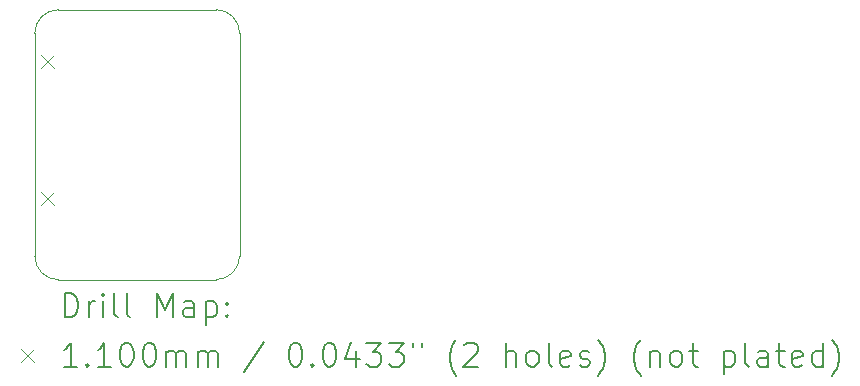
<source format=gbr>
%TF.GenerationSoftware,KiCad,Pcbnew,8.0.7-1.fc41*%
%TF.CreationDate,2025-02-15T00:45:29+02:00*%
%TF.ProjectId,fan_pwm_to_rotor_lock,66616e5f-7077-46d5-9f74-6f5f726f746f,rev?*%
%TF.SameCoordinates,Original*%
%TF.FileFunction,Drillmap*%
%TF.FilePolarity,Positive*%
%FSLAX45Y45*%
G04 Gerber Fmt 4.5, Leading zero omitted, Abs format (unit mm)*
G04 Created by KiCad (PCBNEW 8.0.7-1.fc41) date 2025-02-15 00:45:29*
%MOMM*%
%LPD*%
G01*
G04 APERTURE LIST*
%ADD10C,0.100000*%
%ADD11C,0.200000*%
%ADD12C,0.110000*%
G04 APERTURE END LIST*
D10*
X2827020Y-1769720D02*
G75*
G02*
X3027020Y-1569720I200000J0D01*
G01*
X3027020Y-3855720D02*
G75*
G02*
X2827020Y-3655720I0J200000D01*
G01*
X4361840Y-1569720D02*
G75*
G02*
X4561840Y-1769720I0J-200000D01*
G01*
X4561840Y-3655720D02*
G75*
G02*
X4361840Y-3855720I-200000J0D01*
G01*
X3027020Y-1569720D02*
X4361840Y-1569720D01*
X2827020Y-3655720D02*
X2827020Y-1769720D01*
X4361840Y-3855720D02*
X3027020Y-3855720D01*
X4561840Y-1769720D02*
X4561840Y-3655720D01*
D11*
D12*
X2881140Y-1951600D02*
X2991140Y-2061600D01*
X2991140Y-1951600D02*
X2881140Y-2061600D01*
X2881140Y-3109840D02*
X2991140Y-3219840D01*
X2991140Y-3109840D02*
X2881140Y-3219840D01*
D11*
X3082797Y-4172204D02*
X3082797Y-3972204D01*
X3082797Y-3972204D02*
X3130416Y-3972204D01*
X3130416Y-3972204D02*
X3158987Y-3981728D01*
X3158987Y-3981728D02*
X3178035Y-4000775D01*
X3178035Y-4000775D02*
X3187559Y-4019823D01*
X3187559Y-4019823D02*
X3197082Y-4057918D01*
X3197082Y-4057918D02*
X3197082Y-4086489D01*
X3197082Y-4086489D02*
X3187559Y-4124585D01*
X3187559Y-4124585D02*
X3178035Y-4143632D01*
X3178035Y-4143632D02*
X3158987Y-4162680D01*
X3158987Y-4162680D02*
X3130416Y-4172204D01*
X3130416Y-4172204D02*
X3082797Y-4172204D01*
X3282797Y-4172204D02*
X3282797Y-4038870D01*
X3282797Y-4076966D02*
X3292321Y-4057918D01*
X3292321Y-4057918D02*
X3301844Y-4048394D01*
X3301844Y-4048394D02*
X3320892Y-4038870D01*
X3320892Y-4038870D02*
X3339940Y-4038870D01*
X3406606Y-4172204D02*
X3406606Y-4038870D01*
X3406606Y-3972204D02*
X3397082Y-3981728D01*
X3397082Y-3981728D02*
X3406606Y-3991251D01*
X3406606Y-3991251D02*
X3416130Y-3981728D01*
X3416130Y-3981728D02*
X3406606Y-3972204D01*
X3406606Y-3972204D02*
X3406606Y-3991251D01*
X3530416Y-4172204D02*
X3511368Y-4162680D01*
X3511368Y-4162680D02*
X3501844Y-4143632D01*
X3501844Y-4143632D02*
X3501844Y-3972204D01*
X3635178Y-4172204D02*
X3616130Y-4162680D01*
X3616130Y-4162680D02*
X3606606Y-4143632D01*
X3606606Y-4143632D02*
X3606606Y-3972204D01*
X3863749Y-4172204D02*
X3863749Y-3972204D01*
X3863749Y-3972204D02*
X3930416Y-4115061D01*
X3930416Y-4115061D02*
X3997082Y-3972204D01*
X3997082Y-3972204D02*
X3997082Y-4172204D01*
X4178035Y-4172204D02*
X4178035Y-4067442D01*
X4178035Y-4067442D02*
X4168511Y-4048394D01*
X4168511Y-4048394D02*
X4149463Y-4038870D01*
X4149463Y-4038870D02*
X4111368Y-4038870D01*
X4111368Y-4038870D02*
X4092321Y-4048394D01*
X4178035Y-4162680D02*
X4158987Y-4172204D01*
X4158987Y-4172204D02*
X4111368Y-4172204D01*
X4111368Y-4172204D02*
X4092321Y-4162680D01*
X4092321Y-4162680D02*
X4082797Y-4143632D01*
X4082797Y-4143632D02*
X4082797Y-4124585D01*
X4082797Y-4124585D02*
X4092321Y-4105537D01*
X4092321Y-4105537D02*
X4111368Y-4096013D01*
X4111368Y-4096013D02*
X4158987Y-4096013D01*
X4158987Y-4096013D02*
X4178035Y-4086489D01*
X4273273Y-4038870D02*
X4273273Y-4238870D01*
X4273273Y-4048394D02*
X4292321Y-4038870D01*
X4292321Y-4038870D02*
X4330416Y-4038870D01*
X4330416Y-4038870D02*
X4349464Y-4048394D01*
X4349464Y-4048394D02*
X4358987Y-4057918D01*
X4358987Y-4057918D02*
X4368511Y-4076966D01*
X4368511Y-4076966D02*
X4368511Y-4134108D01*
X4368511Y-4134108D02*
X4358987Y-4153156D01*
X4358987Y-4153156D02*
X4349464Y-4162680D01*
X4349464Y-4162680D02*
X4330416Y-4172204D01*
X4330416Y-4172204D02*
X4292321Y-4172204D01*
X4292321Y-4172204D02*
X4273273Y-4162680D01*
X4454225Y-4153156D02*
X4463749Y-4162680D01*
X4463749Y-4162680D02*
X4454225Y-4172204D01*
X4454225Y-4172204D02*
X4444702Y-4162680D01*
X4444702Y-4162680D02*
X4454225Y-4153156D01*
X4454225Y-4153156D02*
X4454225Y-4172204D01*
X4454225Y-4048394D02*
X4463749Y-4057918D01*
X4463749Y-4057918D02*
X4454225Y-4067442D01*
X4454225Y-4067442D02*
X4444702Y-4057918D01*
X4444702Y-4057918D02*
X4454225Y-4048394D01*
X4454225Y-4048394D02*
X4454225Y-4067442D01*
D12*
X2712020Y-4445720D02*
X2822020Y-4555720D01*
X2822020Y-4445720D02*
X2712020Y-4555720D01*
D11*
X3187559Y-4592204D02*
X3073273Y-4592204D01*
X3130416Y-4592204D02*
X3130416Y-4392204D01*
X3130416Y-4392204D02*
X3111368Y-4420775D01*
X3111368Y-4420775D02*
X3092321Y-4439823D01*
X3092321Y-4439823D02*
X3073273Y-4449347D01*
X3273273Y-4573156D02*
X3282797Y-4582680D01*
X3282797Y-4582680D02*
X3273273Y-4592204D01*
X3273273Y-4592204D02*
X3263749Y-4582680D01*
X3263749Y-4582680D02*
X3273273Y-4573156D01*
X3273273Y-4573156D02*
X3273273Y-4592204D01*
X3473273Y-4592204D02*
X3358987Y-4592204D01*
X3416130Y-4592204D02*
X3416130Y-4392204D01*
X3416130Y-4392204D02*
X3397082Y-4420775D01*
X3397082Y-4420775D02*
X3378035Y-4439823D01*
X3378035Y-4439823D02*
X3358987Y-4449347D01*
X3597082Y-4392204D02*
X3616130Y-4392204D01*
X3616130Y-4392204D02*
X3635178Y-4401728D01*
X3635178Y-4401728D02*
X3644702Y-4411251D01*
X3644702Y-4411251D02*
X3654225Y-4430299D01*
X3654225Y-4430299D02*
X3663749Y-4468394D01*
X3663749Y-4468394D02*
X3663749Y-4516013D01*
X3663749Y-4516013D02*
X3654225Y-4554109D01*
X3654225Y-4554109D02*
X3644702Y-4573156D01*
X3644702Y-4573156D02*
X3635178Y-4582680D01*
X3635178Y-4582680D02*
X3616130Y-4592204D01*
X3616130Y-4592204D02*
X3597082Y-4592204D01*
X3597082Y-4592204D02*
X3578035Y-4582680D01*
X3578035Y-4582680D02*
X3568511Y-4573156D01*
X3568511Y-4573156D02*
X3558987Y-4554109D01*
X3558987Y-4554109D02*
X3549463Y-4516013D01*
X3549463Y-4516013D02*
X3549463Y-4468394D01*
X3549463Y-4468394D02*
X3558987Y-4430299D01*
X3558987Y-4430299D02*
X3568511Y-4411251D01*
X3568511Y-4411251D02*
X3578035Y-4401728D01*
X3578035Y-4401728D02*
X3597082Y-4392204D01*
X3787559Y-4392204D02*
X3806606Y-4392204D01*
X3806606Y-4392204D02*
X3825654Y-4401728D01*
X3825654Y-4401728D02*
X3835178Y-4411251D01*
X3835178Y-4411251D02*
X3844702Y-4430299D01*
X3844702Y-4430299D02*
X3854225Y-4468394D01*
X3854225Y-4468394D02*
X3854225Y-4516013D01*
X3854225Y-4516013D02*
X3844702Y-4554109D01*
X3844702Y-4554109D02*
X3835178Y-4573156D01*
X3835178Y-4573156D02*
X3825654Y-4582680D01*
X3825654Y-4582680D02*
X3806606Y-4592204D01*
X3806606Y-4592204D02*
X3787559Y-4592204D01*
X3787559Y-4592204D02*
X3768511Y-4582680D01*
X3768511Y-4582680D02*
X3758987Y-4573156D01*
X3758987Y-4573156D02*
X3749463Y-4554109D01*
X3749463Y-4554109D02*
X3739940Y-4516013D01*
X3739940Y-4516013D02*
X3739940Y-4468394D01*
X3739940Y-4468394D02*
X3749463Y-4430299D01*
X3749463Y-4430299D02*
X3758987Y-4411251D01*
X3758987Y-4411251D02*
X3768511Y-4401728D01*
X3768511Y-4401728D02*
X3787559Y-4392204D01*
X3939940Y-4592204D02*
X3939940Y-4458870D01*
X3939940Y-4477918D02*
X3949463Y-4468394D01*
X3949463Y-4468394D02*
X3968511Y-4458870D01*
X3968511Y-4458870D02*
X3997083Y-4458870D01*
X3997083Y-4458870D02*
X4016130Y-4468394D01*
X4016130Y-4468394D02*
X4025654Y-4487442D01*
X4025654Y-4487442D02*
X4025654Y-4592204D01*
X4025654Y-4487442D02*
X4035178Y-4468394D01*
X4035178Y-4468394D02*
X4054225Y-4458870D01*
X4054225Y-4458870D02*
X4082797Y-4458870D01*
X4082797Y-4458870D02*
X4101844Y-4468394D01*
X4101844Y-4468394D02*
X4111368Y-4487442D01*
X4111368Y-4487442D02*
X4111368Y-4592204D01*
X4206606Y-4592204D02*
X4206606Y-4458870D01*
X4206606Y-4477918D02*
X4216130Y-4468394D01*
X4216130Y-4468394D02*
X4235178Y-4458870D01*
X4235178Y-4458870D02*
X4263749Y-4458870D01*
X4263749Y-4458870D02*
X4282797Y-4468394D01*
X4282797Y-4468394D02*
X4292321Y-4487442D01*
X4292321Y-4487442D02*
X4292321Y-4592204D01*
X4292321Y-4487442D02*
X4301845Y-4468394D01*
X4301845Y-4468394D02*
X4320892Y-4458870D01*
X4320892Y-4458870D02*
X4349464Y-4458870D01*
X4349464Y-4458870D02*
X4368511Y-4468394D01*
X4368511Y-4468394D02*
X4378035Y-4487442D01*
X4378035Y-4487442D02*
X4378035Y-4592204D01*
X4768511Y-4382680D02*
X4597083Y-4639823D01*
X5025654Y-4392204D02*
X5044702Y-4392204D01*
X5044702Y-4392204D02*
X5063749Y-4401728D01*
X5063749Y-4401728D02*
X5073273Y-4411251D01*
X5073273Y-4411251D02*
X5082797Y-4430299D01*
X5082797Y-4430299D02*
X5092321Y-4468394D01*
X5092321Y-4468394D02*
X5092321Y-4516013D01*
X5092321Y-4516013D02*
X5082797Y-4554109D01*
X5082797Y-4554109D02*
X5073273Y-4573156D01*
X5073273Y-4573156D02*
X5063749Y-4582680D01*
X5063749Y-4582680D02*
X5044702Y-4592204D01*
X5044702Y-4592204D02*
X5025654Y-4592204D01*
X5025654Y-4592204D02*
X5006607Y-4582680D01*
X5006607Y-4582680D02*
X4997083Y-4573156D01*
X4997083Y-4573156D02*
X4987559Y-4554109D01*
X4987559Y-4554109D02*
X4978035Y-4516013D01*
X4978035Y-4516013D02*
X4978035Y-4468394D01*
X4978035Y-4468394D02*
X4987559Y-4430299D01*
X4987559Y-4430299D02*
X4997083Y-4411251D01*
X4997083Y-4411251D02*
X5006607Y-4401728D01*
X5006607Y-4401728D02*
X5025654Y-4392204D01*
X5178035Y-4573156D02*
X5187559Y-4582680D01*
X5187559Y-4582680D02*
X5178035Y-4592204D01*
X5178035Y-4592204D02*
X5168511Y-4582680D01*
X5168511Y-4582680D02*
X5178035Y-4573156D01*
X5178035Y-4573156D02*
X5178035Y-4592204D01*
X5311368Y-4392204D02*
X5330416Y-4392204D01*
X5330416Y-4392204D02*
X5349464Y-4401728D01*
X5349464Y-4401728D02*
X5358988Y-4411251D01*
X5358988Y-4411251D02*
X5368511Y-4430299D01*
X5368511Y-4430299D02*
X5378035Y-4468394D01*
X5378035Y-4468394D02*
X5378035Y-4516013D01*
X5378035Y-4516013D02*
X5368511Y-4554109D01*
X5368511Y-4554109D02*
X5358988Y-4573156D01*
X5358988Y-4573156D02*
X5349464Y-4582680D01*
X5349464Y-4582680D02*
X5330416Y-4592204D01*
X5330416Y-4592204D02*
X5311368Y-4592204D01*
X5311368Y-4592204D02*
X5292321Y-4582680D01*
X5292321Y-4582680D02*
X5282797Y-4573156D01*
X5282797Y-4573156D02*
X5273273Y-4554109D01*
X5273273Y-4554109D02*
X5263749Y-4516013D01*
X5263749Y-4516013D02*
X5263749Y-4468394D01*
X5263749Y-4468394D02*
X5273273Y-4430299D01*
X5273273Y-4430299D02*
X5282797Y-4411251D01*
X5282797Y-4411251D02*
X5292321Y-4401728D01*
X5292321Y-4401728D02*
X5311368Y-4392204D01*
X5549464Y-4458870D02*
X5549464Y-4592204D01*
X5501845Y-4382680D02*
X5454226Y-4525537D01*
X5454226Y-4525537D02*
X5578035Y-4525537D01*
X5635178Y-4392204D02*
X5758987Y-4392204D01*
X5758987Y-4392204D02*
X5692321Y-4468394D01*
X5692321Y-4468394D02*
X5720892Y-4468394D01*
X5720892Y-4468394D02*
X5739940Y-4477918D01*
X5739940Y-4477918D02*
X5749464Y-4487442D01*
X5749464Y-4487442D02*
X5758987Y-4506490D01*
X5758987Y-4506490D02*
X5758987Y-4554109D01*
X5758987Y-4554109D02*
X5749464Y-4573156D01*
X5749464Y-4573156D02*
X5739940Y-4582680D01*
X5739940Y-4582680D02*
X5720892Y-4592204D01*
X5720892Y-4592204D02*
X5663749Y-4592204D01*
X5663749Y-4592204D02*
X5644702Y-4582680D01*
X5644702Y-4582680D02*
X5635178Y-4573156D01*
X5825654Y-4392204D02*
X5949464Y-4392204D01*
X5949464Y-4392204D02*
X5882797Y-4468394D01*
X5882797Y-4468394D02*
X5911368Y-4468394D01*
X5911368Y-4468394D02*
X5930416Y-4477918D01*
X5930416Y-4477918D02*
X5939940Y-4487442D01*
X5939940Y-4487442D02*
X5949464Y-4506490D01*
X5949464Y-4506490D02*
X5949464Y-4554109D01*
X5949464Y-4554109D02*
X5939940Y-4573156D01*
X5939940Y-4573156D02*
X5930416Y-4582680D01*
X5930416Y-4582680D02*
X5911368Y-4592204D01*
X5911368Y-4592204D02*
X5854226Y-4592204D01*
X5854226Y-4592204D02*
X5835178Y-4582680D01*
X5835178Y-4582680D02*
X5825654Y-4573156D01*
X6025654Y-4392204D02*
X6025654Y-4430299D01*
X6101845Y-4392204D02*
X6101845Y-4430299D01*
X6397083Y-4668394D02*
X6387559Y-4658870D01*
X6387559Y-4658870D02*
X6368511Y-4630299D01*
X6368511Y-4630299D02*
X6358988Y-4611251D01*
X6358988Y-4611251D02*
X6349464Y-4582680D01*
X6349464Y-4582680D02*
X6339940Y-4535061D01*
X6339940Y-4535061D02*
X6339940Y-4496966D01*
X6339940Y-4496966D02*
X6349464Y-4449347D01*
X6349464Y-4449347D02*
X6358988Y-4420775D01*
X6358988Y-4420775D02*
X6368511Y-4401728D01*
X6368511Y-4401728D02*
X6387559Y-4373156D01*
X6387559Y-4373156D02*
X6397083Y-4363632D01*
X6463749Y-4411251D02*
X6473273Y-4401728D01*
X6473273Y-4401728D02*
X6492321Y-4392204D01*
X6492321Y-4392204D02*
X6539940Y-4392204D01*
X6539940Y-4392204D02*
X6558988Y-4401728D01*
X6558988Y-4401728D02*
X6568511Y-4411251D01*
X6568511Y-4411251D02*
X6578035Y-4430299D01*
X6578035Y-4430299D02*
X6578035Y-4449347D01*
X6578035Y-4449347D02*
X6568511Y-4477918D01*
X6568511Y-4477918D02*
X6454226Y-4592204D01*
X6454226Y-4592204D02*
X6578035Y-4592204D01*
X6816130Y-4592204D02*
X6816130Y-4392204D01*
X6901845Y-4592204D02*
X6901845Y-4487442D01*
X6901845Y-4487442D02*
X6892321Y-4468394D01*
X6892321Y-4468394D02*
X6873273Y-4458870D01*
X6873273Y-4458870D02*
X6844702Y-4458870D01*
X6844702Y-4458870D02*
X6825654Y-4468394D01*
X6825654Y-4468394D02*
X6816130Y-4477918D01*
X7025654Y-4592204D02*
X7006607Y-4582680D01*
X7006607Y-4582680D02*
X6997083Y-4573156D01*
X6997083Y-4573156D02*
X6987559Y-4554109D01*
X6987559Y-4554109D02*
X6987559Y-4496966D01*
X6987559Y-4496966D02*
X6997083Y-4477918D01*
X6997083Y-4477918D02*
X7006607Y-4468394D01*
X7006607Y-4468394D02*
X7025654Y-4458870D01*
X7025654Y-4458870D02*
X7054226Y-4458870D01*
X7054226Y-4458870D02*
X7073273Y-4468394D01*
X7073273Y-4468394D02*
X7082797Y-4477918D01*
X7082797Y-4477918D02*
X7092321Y-4496966D01*
X7092321Y-4496966D02*
X7092321Y-4554109D01*
X7092321Y-4554109D02*
X7082797Y-4573156D01*
X7082797Y-4573156D02*
X7073273Y-4582680D01*
X7073273Y-4582680D02*
X7054226Y-4592204D01*
X7054226Y-4592204D02*
X7025654Y-4592204D01*
X7206607Y-4592204D02*
X7187559Y-4582680D01*
X7187559Y-4582680D02*
X7178035Y-4563632D01*
X7178035Y-4563632D02*
X7178035Y-4392204D01*
X7358988Y-4582680D02*
X7339940Y-4592204D01*
X7339940Y-4592204D02*
X7301845Y-4592204D01*
X7301845Y-4592204D02*
X7282797Y-4582680D01*
X7282797Y-4582680D02*
X7273273Y-4563632D01*
X7273273Y-4563632D02*
X7273273Y-4487442D01*
X7273273Y-4487442D02*
X7282797Y-4468394D01*
X7282797Y-4468394D02*
X7301845Y-4458870D01*
X7301845Y-4458870D02*
X7339940Y-4458870D01*
X7339940Y-4458870D02*
X7358988Y-4468394D01*
X7358988Y-4468394D02*
X7368511Y-4487442D01*
X7368511Y-4487442D02*
X7368511Y-4506490D01*
X7368511Y-4506490D02*
X7273273Y-4525537D01*
X7444702Y-4582680D02*
X7463750Y-4592204D01*
X7463750Y-4592204D02*
X7501845Y-4592204D01*
X7501845Y-4592204D02*
X7520892Y-4582680D01*
X7520892Y-4582680D02*
X7530416Y-4563632D01*
X7530416Y-4563632D02*
X7530416Y-4554109D01*
X7530416Y-4554109D02*
X7520892Y-4535061D01*
X7520892Y-4535061D02*
X7501845Y-4525537D01*
X7501845Y-4525537D02*
X7473273Y-4525537D01*
X7473273Y-4525537D02*
X7454226Y-4516013D01*
X7454226Y-4516013D02*
X7444702Y-4496966D01*
X7444702Y-4496966D02*
X7444702Y-4487442D01*
X7444702Y-4487442D02*
X7454226Y-4468394D01*
X7454226Y-4468394D02*
X7473273Y-4458870D01*
X7473273Y-4458870D02*
X7501845Y-4458870D01*
X7501845Y-4458870D02*
X7520892Y-4468394D01*
X7597083Y-4668394D02*
X7606607Y-4658870D01*
X7606607Y-4658870D02*
X7625654Y-4630299D01*
X7625654Y-4630299D02*
X7635178Y-4611251D01*
X7635178Y-4611251D02*
X7644702Y-4582680D01*
X7644702Y-4582680D02*
X7654226Y-4535061D01*
X7654226Y-4535061D02*
X7654226Y-4496966D01*
X7654226Y-4496966D02*
X7644702Y-4449347D01*
X7644702Y-4449347D02*
X7635178Y-4420775D01*
X7635178Y-4420775D02*
X7625654Y-4401728D01*
X7625654Y-4401728D02*
X7606607Y-4373156D01*
X7606607Y-4373156D02*
X7597083Y-4363632D01*
X7958988Y-4668394D02*
X7949464Y-4658870D01*
X7949464Y-4658870D02*
X7930416Y-4630299D01*
X7930416Y-4630299D02*
X7920892Y-4611251D01*
X7920892Y-4611251D02*
X7911369Y-4582680D01*
X7911369Y-4582680D02*
X7901845Y-4535061D01*
X7901845Y-4535061D02*
X7901845Y-4496966D01*
X7901845Y-4496966D02*
X7911369Y-4449347D01*
X7911369Y-4449347D02*
X7920892Y-4420775D01*
X7920892Y-4420775D02*
X7930416Y-4401728D01*
X7930416Y-4401728D02*
X7949464Y-4373156D01*
X7949464Y-4373156D02*
X7958988Y-4363632D01*
X8035178Y-4458870D02*
X8035178Y-4592204D01*
X8035178Y-4477918D02*
X8044702Y-4468394D01*
X8044702Y-4468394D02*
X8063750Y-4458870D01*
X8063750Y-4458870D02*
X8092321Y-4458870D01*
X8092321Y-4458870D02*
X8111369Y-4468394D01*
X8111369Y-4468394D02*
X8120892Y-4487442D01*
X8120892Y-4487442D02*
X8120892Y-4592204D01*
X8244702Y-4592204D02*
X8225654Y-4582680D01*
X8225654Y-4582680D02*
X8216131Y-4573156D01*
X8216131Y-4573156D02*
X8206607Y-4554109D01*
X8206607Y-4554109D02*
X8206607Y-4496966D01*
X8206607Y-4496966D02*
X8216131Y-4477918D01*
X8216131Y-4477918D02*
X8225654Y-4468394D01*
X8225654Y-4468394D02*
X8244702Y-4458870D01*
X8244702Y-4458870D02*
X8273273Y-4458870D01*
X8273273Y-4458870D02*
X8292321Y-4468394D01*
X8292321Y-4468394D02*
X8301845Y-4477918D01*
X8301845Y-4477918D02*
X8311369Y-4496966D01*
X8311369Y-4496966D02*
X8311369Y-4554109D01*
X8311369Y-4554109D02*
X8301845Y-4573156D01*
X8301845Y-4573156D02*
X8292321Y-4582680D01*
X8292321Y-4582680D02*
X8273273Y-4592204D01*
X8273273Y-4592204D02*
X8244702Y-4592204D01*
X8368512Y-4458870D02*
X8444702Y-4458870D01*
X8397083Y-4392204D02*
X8397083Y-4563632D01*
X8397083Y-4563632D02*
X8406607Y-4582680D01*
X8406607Y-4582680D02*
X8425654Y-4592204D01*
X8425654Y-4592204D02*
X8444702Y-4592204D01*
X8663750Y-4458870D02*
X8663750Y-4658870D01*
X8663750Y-4468394D02*
X8682797Y-4458870D01*
X8682797Y-4458870D02*
X8720893Y-4458870D01*
X8720893Y-4458870D02*
X8739940Y-4468394D01*
X8739940Y-4468394D02*
X8749464Y-4477918D01*
X8749464Y-4477918D02*
X8758988Y-4496966D01*
X8758988Y-4496966D02*
X8758988Y-4554109D01*
X8758988Y-4554109D02*
X8749464Y-4573156D01*
X8749464Y-4573156D02*
X8739940Y-4582680D01*
X8739940Y-4582680D02*
X8720893Y-4592204D01*
X8720893Y-4592204D02*
X8682797Y-4592204D01*
X8682797Y-4592204D02*
X8663750Y-4582680D01*
X8873274Y-4592204D02*
X8854226Y-4582680D01*
X8854226Y-4582680D02*
X8844702Y-4563632D01*
X8844702Y-4563632D02*
X8844702Y-4392204D01*
X9035178Y-4592204D02*
X9035178Y-4487442D01*
X9035178Y-4487442D02*
X9025655Y-4468394D01*
X9025655Y-4468394D02*
X9006607Y-4458870D01*
X9006607Y-4458870D02*
X8968512Y-4458870D01*
X8968512Y-4458870D02*
X8949464Y-4468394D01*
X9035178Y-4582680D02*
X9016131Y-4592204D01*
X9016131Y-4592204D02*
X8968512Y-4592204D01*
X8968512Y-4592204D02*
X8949464Y-4582680D01*
X8949464Y-4582680D02*
X8939940Y-4563632D01*
X8939940Y-4563632D02*
X8939940Y-4544585D01*
X8939940Y-4544585D02*
X8949464Y-4525537D01*
X8949464Y-4525537D02*
X8968512Y-4516013D01*
X8968512Y-4516013D02*
X9016131Y-4516013D01*
X9016131Y-4516013D02*
X9035178Y-4506490D01*
X9101845Y-4458870D02*
X9178035Y-4458870D01*
X9130416Y-4392204D02*
X9130416Y-4563632D01*
X9130416Y-4563632D02*
X9139940Y-4582680D01*
X9139940Y-4582680D02*
X9158988Y-4592204D01*
X9158988Y-4592204D02*
X9178035Y-4592204D01*
X9320893Y-4582680D02*
X9301845Y-4592204D01*
X9301845Y-4592204D02*
X9263750Y-4592204D01*
X9263750Y-4592204D02*
X9244702Y-4582680D01*
X9244702Y-4582680D02*
X9235178Y-4563632D01*
X9235178Y-4563632D02*
X9235178Y-4487442D01*
X9235178Y-4487442D02*
X9244702Y-4468394D01*
X9244702Y-4468394D02*
X9263750Y-4458870D01*
X9263750Y-4458870D02*
X9301845Y-4458870D01*
X9301845Y-4458870D02*
X9320893Y-4468394D01*
X9320893Y-4468394D02*
X9330416Y-4487442D01*
X9330416Y-4487442D02*
X9330416Y-4506490D01*
X9330416Y-4506490D02*
X9235178Y-4525537D01*
X9501845Y-4592204D02*
X9501845Y-4392204D01*
X9501845Y-4582680D02*
X9482797Y-4592204D01*
X9482797Y-4592204D02*
X9444702Y-4592204D01*
X9444702Y-4592204D02*
X9425655Y-4582680D01*
X9425655Y-4582680D02*
X9416131Y-4573156D01*
X9416131Y-4573156D02*
X9406607Y-4554109D01*
X9406607Y-4554109D02*
X9406607Y-4496966D01*
X9406607Y-4496966D02*
X9416131Y-4477918D01*
X9416131Y-4477918D02*
X9425655Y-4468394D01*
X9425655Y-4468394D02*
X9444702Y-4458870D01*
X9444702Y-4458870D02*
X9482797Y-4458870D01*
X9482797Y-4458870D02*
X9501845Y-4468394D01*
X9578036Y-4668394D02*
X9587559Y-4658870D01*
X9587559Y-4658870D02*
X9606607Y-4630299D01*
X9606607Y-4630299D02*
X9616131Y-4611251D01*
X9616131Y-4611251D02*
X9625655Y-4582680D01*
X9625655Y-4582680D02*
X9635178Y-4535061D01*
X9635178Y-4535061D02*
X9635178Y-4496966D01*
X9635178Y-4496966D02*
X9625655Y-4449347D01*
X9625655Y-4449347D02*
X9616131Y-4420775D01*
X9616131Y-4420775D02*
X9606607Y-4401728D01*
X9606607Y-4401728D02*
X9587559Y-4373156D01*
X9587559Y-4373156D02*
X9578036Y-4363632D01*
M02*

</source>
